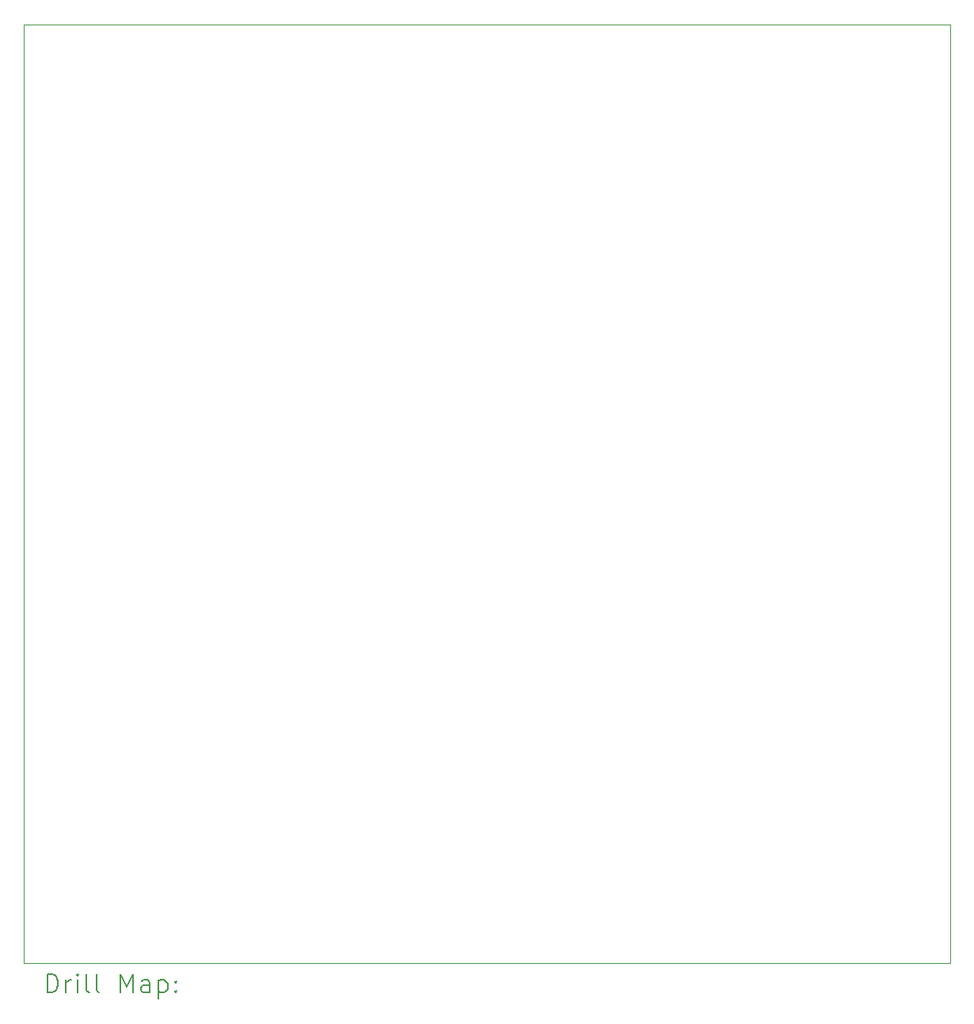
<source format=gbr>
%FSLAX45Y45*%
G04 Gerber Fmt 4.5, Leading zero omitted, Abs format (unit mm)*
G04 Created by KiCad (PCBNEW (6.0.1)) date 2022-03-08 21:02:39*
%MOMM*%
%LPD*%
G01*
G04 APERTURE LIST*
%TA.AperFunction,Profile*%
%ADD10C,0.100000*%
%TD*%
%ADD11C,0.200000*%
G04 APERTURE END LIST*
D10*
X2540000Y-12573000D02*
X2540000Y-2540000D01*
X12446000Y-12573000D02*
X12446000Y-2540000D01*
X2540000Y-12573000D02*
X12446000Y-12573000D01*
X2540000Y-2540000D02*
X12446000Y-2540000D01*
D11*
X2792619Y-12888476D02*
X2792619Y-12688476D01*
X2840238Y-12688476D01*
X2868809Y-12698000D01*
X2887857Y-12717048D01*
X2897381Y-12736095D01*
X2906905Y-12774190D01*
X2906905Y-12802762D01*
X2897381Y-12840857D01*
X2887857Y-12859905D01*
X2868809Y-12878952D01*
X2840238Y-12888476D01*
X2792619Y-12888476D01*
X2992619Y-12888476D02*
X2992619Y-12755143D01*
X2992619Y-12793238D02*
X3002143Y-12774190D01*
X3011667Y-12764667D01*
X3030714Y-12755143D01*
X3049762Y-12755143D01*
X3116428Y-12888476D02*
X3116428Y-12755143D01*
X3116428Y-12688476D02*
X3106905Y-12698000D01*
X3116428Y-12707524D01*
X3125952Y-12698000D01*
X3116428Y-12688476D01*
X3116428Y-12707524D01*
X3240238Y-12888476D02*
X3221190Y-12878952D01*
X3211667Y-12859905D01*
X3211667Y-12688476D01*
X3345000Y-12888476D02*
X3325952Y-12878952D01*
X3316428Y-12859905D01*
X3316428Y-12688476D01*
X3573571Y-12888476D02*
X3573571Y-12688476D01*
X3640238Y-12831333D01*
X3706905Y-12688476D01*
X3706905Y-12888476D01*
X3887857Y-12888476D02*
X3887857Y-12783714D01*
X3878333Y-12764667D01*
X3859286Y-12755143D01*
X3821190Y-12755143D01*
X3802143Y-12764667D01*
X3887857Y-12878952D02*
X3868809Y-12888476D01*
X3821190Y-12888476D01*
X3802143Y-12878952D01*
X3792619Y-12859905D01*
X3792619Y-12840857D01*
X3802143Y-12821809D01*
X3821190Y-12812286D01*
X3868809Y-12812286D01*
X3887857Y-12802762D01*
X3983095Y-12755143D02*
X3983095Y-12955143D01*
X3983095Y-12764667D02*
X4002143Y-12755143D01*
X4040238Y-12755143D01*
X4059286Y-12764667D01*
X4068809Y-12774190D01*
X4078333Y-12793238D01*
X4078333Y-12850381D01*
X4068809Y-12869428D01*
X4059286Y-12878952D01*
X4040238Y-12888476D01*
X4002143Y-12888476D01*
X3983095Y-12878952D01*
X4164048Y-12869428D02*
X4173571Y-12878952D01*
X4164048Y-12888476D01*
X4154524Y-12878952D01*
X4164048Y-12869428D01*
X4164048Y-12888476D01*
X4164048Y-12764667D02*
X4173571Y-12774190D01*
X4164048Y-12783714D01*
X4154524Y-12774190D01*
X4164048Y-12764667D01*
X4164048Y-12783714D01*
M02*

</source>
